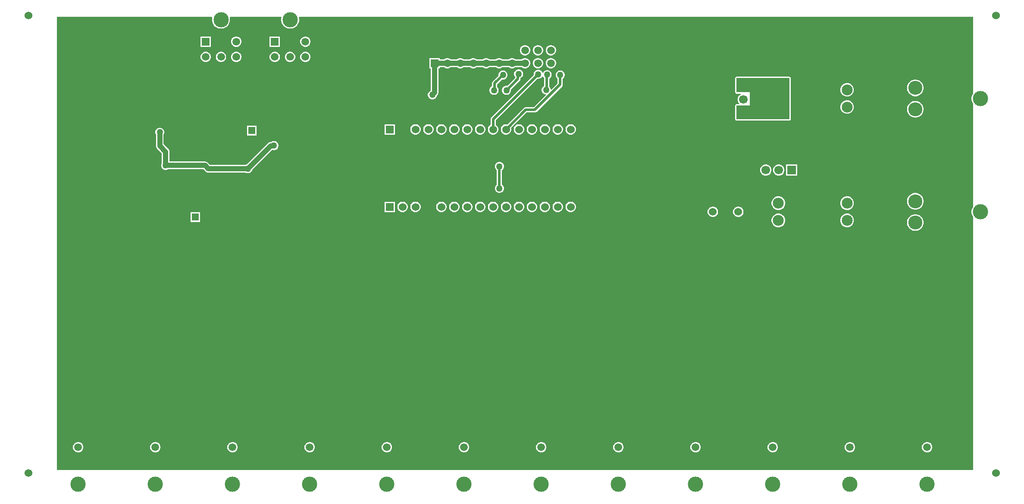
<source format=gbr>
G04*
G04 #@! TF.GenerationSoftware,Altium Limited,Altium Designer,22.4.2 (48)*
G04*
G04 Layer_Physical_Order=2*
G04 Layer_Color=16711680*
%FSLAX25Y25*%
%MOIN*%
G70*
G04*
G04 #@! TF.SameCoordinates,7713EA0D-6249-4CA7-80EE-CA65CFE05E5E*
G04*
G04*
G04 #@! TF.FilePolarity,Positive*
G04*
G01*
G75*
%ADD56C,0.10827*%
%ADD57R,0.10827X0.10827*%
%ADD58C,0.11800*%
%ADD60C,0.05906*%
%ADD61R,0.05906X0.05906*%
%ADD65C,0.01968*%
%ADD66C,0.03937*%
%ADD68C,0.11811*%
%ADD69C,0.05984*%
%ADD70R,0.05984X0.05984*%
%ADD71C,0.06000*%
%ADD72R,0.06693X0.06693*%
%ADD73C,0.06693*%
%ADD74C,0.08465*%
%ADD75R,0.06693X0.06693*%
%ADD76C,0.05512*%
%ADD77R,0.05512X0.05512*%
%ADD78C,0.06024*%
%ADD79R,0.06024X0.06024*%
%ADD80C,0.05000*%
G36*
X750016Y333214D02*
X749709Y332755D01*
X749189Y331500D01*
X748924Y330167D01*
Y328807D01*
X749189Y327474D01*
X749709Y326219D01*
X750016Y325760D01*
Y245451D01*
X749709Y244992D01*
X749189Y243737D01*
X748924Y242404D01*
Y241044D01*
X749189Y239711D01*
X749709Y238456D01*
X750016Y237997D01*
Y41732D01*
X41716D01*
Y392869D01*
X161632D01*
X161978Y392369D01*
X161766Y391301D01*
Y389941D01*
X162031Y388606D01*
X162552Y387350D01*
X163307Y386219D01*
X164269Y385257D01*
X165400Y384501D01*
X166657Y383980D01*
X167991Y383715D01*
X169351D01*
X170686Y383980D01*
X171942Y384501D01*
X173073Y385257D01*
X174035Y386219D01*
X174791Y387350D01*
X175311Y388606D01*
X175577Y389941D01*
Y391301D01*
X175364Y392369D01*
X175711Y392869D01*
X215058D01*
X215405Y392369D01*
X215193Y391301D01*
Y389941D01*
X215458Y388606D01*
X215979Y387350D01*
X216734Y386219D01*
X217696Y385257D01*
X218827Y384501D01*
X220084Y383980D01*
X221418Y383715D01*
X222778D01*
X224112Y383980D01*
X225369Y384501D01*
X226500Y385257D01*
X227462Y386219D01*
X228218Y387350D01*
X228738Y388606D01*
X229004Y389941D01*
Y391301D01*
X228791Y392369D01*
X229138Y392869D01*
X750016D01*
Y333214D01*
D02*
G37*
%LPC*%
G36*
X234435Y377605D02*
X233383D01*
X232368Y377333D01*
X231458Y376807D01*
X230715Y376064D01*
X230189Y375154D01*
X229917Y374138D01*
Y373087D01*
X230189Y372072D01*
X230715Y371162D01*
X231458Y370418D01*
X232368Y369893D01*
X233383Y369621D01*
X234435D01*
X235450Y369893D01*
X236360Y370418D01*
X237104Y371162D01*
X237629Y372072D01*
X237901Y373087D01*
Y374138D01*
X237629Y375154D01*
X237104Y376064D01*
X236360Y376807D01*
X235450Y377333D01*
X234435Y377605D01*
D02*
G37*
G36*
X214279D02*
X206295D01*
Y369621D01*
X214279D01*
Y377605D01*
D02*
G37*
G36*
X181008D02*
X179957D01*
X178941Y377333D01*
X178031Y376807D01*
X177288Y376064D01*
X176762Y375154D01*
X176490Y374138D01*
Y373087D01*
X176762Y372072D01*
X177288Y371162D01*
X178031Y370418D01*
X178941Y369893D01*
X179957Y369621D01*
X181008D01*
X182023Y369893D01*
X182933Y370418D01*
X183677Y371162D01*
X184202Y372072D01*
X184474Y373087D01*
Y374138D01*
X184202Y375154D01*
X183677Y376064D01*
X182933Y376807D01*
X182023Y377333D01*
X181008Y377605D01*
D02*
G37*
G36*
X160852D02*
X152868D01*
Y369621D01*
X160852D01*
Y377605D01*
D02*
G37*
G36*
X424262Y370865D02*
X423221D01*
X422216Y370596D01*
X421315Y370075D01*
X420579Y369339D01*
X420058Y368438D01*
X419789Y367432D01*
Y366392D01*
X420058Y365386D01*
X420579Y364485D01*
X421315Y363749D01*
X422216Y363229D01*
X423221Y362959D01*
X424262D01*
X425268Y363229D01*
X426169Y363749D01*
X426905Y364485D01*
X427425Y365386D01*
X427695Y366392D01*
Y367432D01*
X427425Y368438D01*
X426905Y369339D01*
X426169Y370075D01*
X425268Y370596D01*
X424262Y370865D01*
D02*
G37*
G36*
X414262D02*
X413222D01*
X412216Y370596D01*
X411315Y370075D01*
X410579Y369339D01*
X410058Y368438D01*
X409789Y367432D01*
Y366392D01*
X410058Y365386D01*
X410579Y364485D01*
X411315Y363749D01*
X412216Y363229D01*
X413222Y362959D01*
X414262D01*
X415268Y363229D01*
X416169Y363749D01*
X416905Y364485D01*
X417425Y365386D01*
X417695Y366392D01*
Y367432D01*
X417425Y368438D01*
X416905Y369339D01*
X416169Y370075D01*
X415268Y370596D01*
X414262Y370865D01*
D02*
G37*
G36*
X404262D02*
X403222D01*
X402216Y370596D01*
X401315Y370075D01*
X400579Y369339D01*
X400059Y368438D01*
X399789Y367432D01*
Y366392D01*
X400059Y365386D01*
X400579Y364485D01*
X401315Y363749D01*
X402216Y363229D01*
X403222Y362959D01*
X404262D01*
X405267Y363229D01*
X406169Y363749D01*
X406905Y364485D01*
X407425Y365386D01*
X407695Y366392D01*
Y367432D01*
X407425Y368438D01*
X406905Y369339D01*
X406169Y370075D01*
X405267Y370596D01*
X404262Y370865D01*
D02*
G37*
G36*
Y360865D02*
X403222D01*
X402216Y360595D01*
X401315Y360075D01*
X401146Y359906D01*
X396338D01*
X396169Y360075D01*
X395268Y360595D01*
X394262Y360865D01*
X393221D01*
X392216Y360595D01*
X391315Y360075D01*
X391146Y359906D01*
X386338D01*
X386169Y360075D01*
X385267Y360595D01*
X384262Y360865D01*
X383222D01*
X382216Y360595D01*
X381315Y360075D01*
X381146Y359906D01*
X376338D01*
X376169Y360075D01*
X375268Y360595D01*
X374262Y360865D01*
X373221D01*
X372216Y360595D01*
X371315Y360075D01*
X371146Y359906D01*
X366338D01*
X366169Y360075D01*
X365267Y360595D01*
X364262Y360865D01*
X363222D01*
X362216Y360595D01*
X361315Y360075D01*
X361146Y359906D01*
X356338D01*
X356169Y360075D01*
X355268Y360595D01*
X354262Y360865D01*
X353222D01*
X352216Y360595D01*
X351315Y360075D01*
X351146Y359906D01*
X346338D01*
X346169Y360075D01*
X345268Y360595D01*
X344262Y360865D01*
X343221D01*
X342216Y360595D01*
X341315Y360075D01*
X341146Y359906D01*
X337695D01*
Y360865D01*
X329789D01*
Y352959D01*
X330748D01*
Y335656D01*
X330007Y335228D01*
X329355Y334576D01*
X328894Y333778D01*
X328656Y332888D01*
Y331966D01*
X328894Y331076D01*
X329355Y330278D01*
X330007Y329626D01*
X330805Y329166D01*
X331695Y328927D01*
X332616D01*
X333507Y329166D01*
X334305Y329626D01*
X334956Y330278D01*
X335417Y331076D01*
X335656Y331966D01*
Y331980D01*
X335859Y332184D01*
X336335Y332804D01*
X336634Y333526D01*
X336736Y334301D01*
Y352959D01*
X337695D01*
Y353918D01*
X341146D01*
X341315Y353749D01*
X342216Y353229D01*
X343221Y352959D01*
X344262D01*
X345268Y353229D01*
X346169Y353749D01*
X346338Y353918D01*
X351146D01*
X351315Y353749D01*
X352216Y353229D01*
X353222Y352959D01*
X354262D01*
X355268Y353229D01*
X356169Y353749D01*
X356338Y353918D01*
X361146D01*
X361315Y353749D01*
X362216Y353229D01*
X363222Y352959D01*
X364262D01*
X365267Y353229D01*
X366169Y353749D01*
X366338Y353918D01*
X371146D01*
X371315Y353749D01*
X372216Y353229D01*
X373221Y352959D01*
X374262D01*
X375268Y353229D01*
X376169Y353749D01*
X376338Y353918D01*
X381146D01*
X381315Y353749D01*
X382216Y353229D01*
X383222Y352959D01*
X384262D01*
X385267Y353229D01*
X386169Y353749D01*
X386338Y353918D01*
X391146D01*
X391315Y353749D01*
X392216Y353229D01*
X393221Y352959D01*
X394262D01*
X395268Y353229D01*
X396169Y353749D01*
X396338Y353918D01*
X401146D01*
X401315Y353749D01*
X402216Y353229D01*
X403222Y352959D01*
X404262D01*
X405267Y353229D01*
X406169Y353749D01*
X406905Y354485D01*
X407425Y355386D01*
X407695Y356392D01*
Y357433D01*
X407425Y358438D01*
X406905Y359339D01*
X406169Y360075D01*
X405267Y360595D01*
X404262Y360865D01*
D02*
G37*
G36*
X234435Y365794D02*
X233383D01*
X232368Y365522D01*
X231458Y364996D01*
X230715Y364253D01*
X230189Y363343D01*
X229917Y362327D01*
Y361276D01*
X230189Y360261D01*
X230715Y359350D01*
X231458Y358607D01*
X232368Y358082D01*
X233383Y357810D01*
X234435D01*
X235450Y358082D01*
X236360Y358607D01*
X237104Y359350D01*
X237629Y360261D01*
X237901Y361276D01*
Y362327D01*
X237629Y363343D01*
X237104Y364253D01*
X236360Y364996D01*
X235450Y365522D01*
X234435Y365794D01*
D02*
G37*
G36*
X222624D02*
X221572D01*
X220557Y365522D01*
X219647Y364996D01*
X218904Y364253D01*
X218378Y363343D01*
X218106Y362327D01*
Y361276D01*
X218378Y360261D01*
X218904Y359350D01*
X219647Y358607D01*
X220557Y358082D01*
X221572Y357810D01*
X222624D01*
X223639Y358082D01*
X224549Y358607D01*
X225292Y359350D01*
X225818Y360261D01*
X226090Y361276D01*
Y362327D01*
X225818Y363343D01*
X225292Y364253D01*
X224549Y364996D01*
X223639Y365522D01*
X222624Y365794D01*
D02*
G37*
G36*
X210813D02*
X209762D01*
X208746Y365522D01*
X207836Y364996D01*
X207092Y364253D01*
X206567Y363343D01*
X206295Y362327D01*
Y361276D01*
X206567Y360261D01*
X207092Y359350D01*
X207836Y358607D01*
X208746Y358082D01*
X209762Y357810D01*
X210813D01*
X211828Y358082D01*
X212738Y358607D01*
X213481Y359350D01*
X214007Y360261D01*
X214279Y361276D01*
Y362327D01*
X214007Y363343D01*
X213481Y364253D01*
X212738Y364996D01*
X211828Y365522D01*
X210813Y365794D01*
D02*
G37*
G36*
X181008D02*
X179957D01*
X178941Y365522D01*
X178031Y364996D01*
X177288Y364253D01*
X176762Y363343D01*
X176490Y362327D01*
Y361276D01*
X176762Y360261D01*
X177288Y359350D01*
X178031Y358607D01*
X178941Y358082D01*
X179957Y357810D01*
X181008D01*
X182023Y358082D01*
X182933Y358607D01*
X183677Y359350D01*
X184202Y360261D01*
X184474Y361276D01*
Y362327D01*
X184202Y363343D01*
X183677Y364253D01*
X182933Y364996D01*
X182023Y365522D01*
X181008Y365794D01*
D02*
G37*
G36*
X169197D02*
X168146D01*
X167130Y365522D01*
X166220Y364996D01*
X165477Y364253D01*
X164951Y363343D01*
X164679Y362327D01*
Y361276D01*
X164951Y360261D01*
X165477Y359350D01*
X166220Y358607D01*
X167130Y358082D01*
X168146Y357810D01*
X169197D01*
X170212Y358082D01*
X171122Y358607D01*
X171866Y359350D01*
X172391Y360261D01*
X172663Y361276D01*
Y362327D01*
X172391Y363343D01*
X171866Y364253D01*
X171122Y364996D01*
X170212Y365522D01*
X169197Y365794D01*
D02*
G37*
G36*
X157386D02*
X156335D01*
X155319Y365522D01*
X154409Y364996D01*
X153666Y364253D01*
X153140Y363343D01*
X152868Y362327D01*
Y361276D01*
X153140Y360261D01*
X153666Y359350D01*
X154409Y358607D01*
X155319Y358082D01*
X156335Y357810D01*
X157386D01*
X158401Y358082D01*
X159311Y358607D01*
X160055Y359350D01*
X160580Y360261D01*
X160852Y361276D01*
Y362327D01*
X160580Y363343D01*
X160055Y364253D01*
X159311Y364996D01*
X158401Y365522D01*
X157386Y365794D01*
D02*
G37*
G36*
X424262Y360865D02*
X423221D01*
X422216Y360595D01*
X421315Y360075D01*
X420579Y359339D01*
X420058Y358438D01*
X419789Y357433D01*
Y356392D01*
X420058Y355386D01*
X420579Y354485D01*
X421315Y353749D01*
X422216Y353229D01*
X423221Y352959D01*
X424262D01*
X425268Y353229D01*
X426169Y353749D01*
X426905Y354485D01*
X427425Y355386D01*
X427695Y356392D01*
Y357433D01*
X427425Y358438D01*
X426905Y359339D01*
X426169Y360075D01*
X425268Y360595D01*
X424262Y360865D01*
D02*
G37*
G36*
X414262D02*
X413222D01*
X412216Y360595D01*
X411315Y360075D01*
X410579Y359339D01*
X410058Y358438D01*
X409789Y357433D01*
Y356392D01*
X410058Y355386D01*
X410579Y354485D01*
X411315Y353749D01*
X412216Y353229D01*
X413222Y352959D01*
X414262D01*
X415268Y353229D01*
X416169Y353749D01*
X416905Y354485D01*
X417425Y355386D01*
X417695Y356392D01*
Y357433D01*
X417425Y358438D01*
X416905Y359339D01*
X416169Y360075D01*
X415268Y360595D01*
X414262Y360865D01*
D02*
G37*
G36*
X387138Y351306D02*
X386216D01*
X385326Y351067D01*
X384528Y350606D01*
X383877Y349955D01*
X383416Y349156D01*
X383177Y348266D01*
Y347345D01*
X383215Y347204D01*
X378820Y342809D01*
X378381Y342153D01*
X378227Y341378D01*
Y339087D01*
X377602Y338726D01*
X376951Y338075D01*
X376490Y337277D01*
X376251Y336386D01*
Y335465D01*
X376490Y334575D01*
X376951Y333776D01*
X377602Y333125D01*
X378400Y332664D01*
X379291Y332426D01*
X380212D01*
X381102Y332664D01*
X381900Y333125D01*
X382552Y333776D01*
X383013Y334575D01*
X383251Y335465D01*
Y336386D01*
X383013Y337277D01*
X382552Y338075D01*
X382273Y338353D01*
Y340540D01*
X386076Y344343D01*
X386216Y344305D01*
X387138D01*
X388028Y344544D01*
X388826Y345005D01*
X389478Y345656D01*
X389939Y346455D01*
X390177Y347345D01*
Y348266D01*
X389939Y349156D01*
X389478Y349955D01*
X388826Y350606D01*
X388028Y351067D01*
X387138Y351306D01*
D02*
G37*
G36*
X399276Y352162D02*
X398354D01*
X397464Y351923D01*
X396666Y351462D01*
X396014Y350811D01*
X395554Y350013D01*
X395315Y349122D01*
Y348201D01*
X395554Y347311D01*
X396014Y346513D01*
X396212Y346315D01*
Y345600D01*
X390000Y339388D01*
X389859Y339426D01*
X388937D01*
X388047Y339187D01*
X387249Y338726D01*
X386598Y338075D01*
X386137Y337277D01*
X385898Y336386D01*
Y335465D01*
X386137Y334575D01*
X386598Y333776D01*
X387249Y333125D01*
X388047Y332664D01*
X388937Y332426D01*
X389859D01*
X390749Y332664D01*
X391547Y333125D01*
X392199Y333776D01*
X392660Y334575D01*
X392898Y335465D01*
Y336386D01*
X392861Y336527D01*
X399666Y343332D01*
X400104Y343988D01*
X400258Y344762D01*
Y345453D01*
X400964Y345861D01*
X401616Y346513D01*
X402077Y347311D01*
X402315Y348201D01*
Y349122D01*
X402077Y350013D01*
X401616Y350811D01*
X400964Y351462D01*
X400166Y351923D01*
X399276Y352162D01*
D02*
G37*
G36*
X706056Y344150D02*
X704792D01*
X703553Y343904D01*
X702386Y343420D01*
X701336Y342719D01*
X700443Y341825D01*
X699741Y340775D01*
X699257Y339608D01*
X699011Y338369D01*
Y337105D01*
X699257Y335866D01*
X699741Y334699D01*
X700443Y333649D01*
X701336Y332755D01*
X702386Y332053D01*
X703553Y331570D01*
X704792Y331324D01*
X706056D01*
X707295Y331570D01*
X708462Y332053D01*
X709512Y332755D01*
X710406Y333649D01*
X711108Y334699D01*
X711591Y335866D01*
X711837Y337105D01*
Y338369D01*
X711591Y339608D01*
X711108Y340775D01*
X710406Y341825D01*
X709512Y342719D01*
X708462Y343420D01*
X707295Y343904D01*
X706056Y344150D01*
D02*
G37*
G36*
X653383Y341544D02*
X652005D01*
X650674Y341188D01*
X649481Y340499D01*
X648507Y339525D01*
X647818Y338332D01*
X647462Y337001D01*
Y335623D01*
X647818Y334293D01*
X648507Y333099D01*
X649481Y332125D01*
X650674Y331436D01*
X652005Y331080D01*
X653383D01*
X654714Y331436D01*
X655907Y332125D01*
X656881Y333099D01*
X657570Y334293D01*
X657926Y335623D01*
Y337001D01*
X657570Y338332D01*
X656881Y339525D01*
X655907Y340499D01*
X654714Y341188D01*
X653383Y341544D01*
D02*
G37*
G36*
Y328159D02*
X652005D01*
X650674Y327802D01*
X649481Y327113D01*
X648507Y326139D01*
X647818Y324946D01*
X647462Y323615D01*
Y322237D01*
X647818Y320907D01*
X648507Y319714D01*
X649481Y318739D01*
X650674Y318051D01*
X652005Y317694D01*
X653383D01*
X654714Y318051D01*
X655907Y318739D01*
X656881Y319714D01*
X657570Y320907D01*
X657926Y322237D01*
Y323615D01*
X657570Y324946D01*
X656881Y326139D01*
X655907Y327113D01*
X654714Y327802D01*
X653383Y328159D01*
D02*
G37*
G36*
X706056Y327650D02*
X704792D01*
X703553Y327404D01*
X702386Y326920D01*
X701336Y326219D01*
X700443Y325325D01*
X699741Y324275D01*
X699257Y323108D01*
X699011Y321869D01*
Y320605D01*
X699257Y319366D01*
X699741Y318199D01*
X700443Y317149D01*
X701336Y316255D01*
X702386Y315553D01*
X703553Y315070D01*
X704792Y314824D01*
X706056D01*
X707295Y315070D01*
X708462Y315553D01*
X709512Y316255D01*
X710406Y317149D01*
X711108Y318199D01*
X711591Y319366D01*
X711837Y320605D01*
Y321869D01*
X711591Y323108D01*
X711108Y324275D01*
X710406Y325325D01*
X709512Y326219D01*
X708462Y326920D01*
X707295Y327404D01*
X706056Y327650D01*
D02*
G37*
G36*
X608235Y346387D02*
X567290D01*
X566899Y346309D01*
X566569Y346088D01*
X566348Y345757D01*
X566270Y345367D01*
Y334344D01*
X566348Y333953D01*
X566569Y333623D01*
X566899Y333402D01*
X567290Y333324D01*
X570547D01*
X570549Y333320D01*
X570630Y332824D01*
X569739Y332310D01*
X568930Y331501D01*
X568358Y330509D01*
X568061Y329404D01*
Y328260D01*
X568358Y327154D01*
X568930Y326163D01*
X569466Y325627D01*
X569259Y325127D01*
X567290D01*
X566899Y325049D01*
X566569Y324828D01*
X566348Y324498D01*
X566270Y324107D01*
Y313477D01*
X566348Y313087D01*
X566569Y312756D01*
X566899Y312536D01*
X567290Y312458D01*
X608235D01*
X608625Y312536D01*
X608955Y312756D01*
X609176Y313087D01*
X609254Y313477D01*
Y345367D01*
X609176Y345757D01*
X608955Y346088D01*
X608625Y346309D01*
X608235Y346387D01*
D02*
G37*
G36*
X414348Y351794D02*
X413426D01*
X412536Y351555D01*
X411738Y351094D01*
X411086Y350443D01*
X410625Y349644D01*
X410387Y348754D01*
Y347833D01*
X410424Y347692D01*
X377636Y314904D01*
X377198Y314248D01*
X377044Y313474D01*
Y309105D01*
X376604Y308851D01*
X375857Y308104D01*
X375328Y307189D01*
X375055Y306169D01*
Y305112D01*
X375328Y304092D01*
X375857Y303177D01*
X376604Y302430D01*
X377518Y301902D01*
X378539Y301629D01*
X379595D01*
X380615Y301902D01*
X381530Y302430D01*
X382277Y303177D01*
X382805Y304092D01*
X383079Y305112D01*
Y306169D01*
X382805Y307189D01*
X382277Y308104D01*
X381530Y308851D01*
X381090Y309105D01*
Y312636D01*
X413285Y344831D01*
X413426Y344794D01*
X414348D01*
X415238Y345032D01*
X416036Y345493D01*
X416687Y346145D01*
X417025Y346729D01*
X417447Y346702D01*
X417567Y346668D01*
X418012Y345897D01*
X418419Y345491D01*
Y339261D01*
X417922Y338974D01*
X417270Y338322D01*
X416809Y337524D01*
X416571Y336634D01*
Y335712D01*
X416809Y334822D01*
X417270Y334024D01*
X417922Y333372D01*
X418720Y332911D01*
X419610Y332673D01*
X419692D01*
X419883Y332211D01*
X410409Y322737D01*
X404140D01*
X403366Y322583D01*
X402710Y322144D01*
X390086Y309521D01*
X389595Y309652D01*
X388539D01*
X387518Y309379D01*
X386604Y308851D01*
X385857Y308104D01*
X385329Y307189D01*
X385055Y306169D01*
Y305112D01*
X385329Y304092D01*
X385857Y303177D01*
X386604Y302430D01*
X387518Y301902D01*
X388539Y301629D01*
X389595D01*
X390615Y301902D01*
X391530Y302430D01*
X392277Y303177D01*
X392805Y304092D01*
X393079Y305112D01*
Y306169D01*
X392947Y306660D01*
X404978Y318691D01*
X411247D01*
X412021Y318845D01*
X412677Y319283D01*
X432385Y338991D01*
X432824Y339647D01*
X432978Y340421D01*
Y344932D01*
X433104Y345005D01*
X433755Y345656D01*
X434216Y346455D01*
X434454Y347345D01*
Y348266D01*
X434216Y349156D01*
X433755Y349955D01*
X433104Y350606D01*
X432305Y351067D01*
X431415Y351306D01*
X430494D01*
X429603Y351067D01*
X428805Y350606D01*
X428154Y349955D01*
X427693Y349156D01*
X427454Y348266D01*
Y347345D01*
X427693Y346455D01*
X428154Y345656D01*
X428805Y345005D01*
X428931Y344932D01*
Y341259D01*
X424033Y336361D01*
X423571Y336552D01*
Y336634D01*
X423332Y337524D01*
X422871Y338322D01*
X422465Y338728D01*
Y344958D01*
X422962Y345246D01*
X423614Y345897D01*
X424074Y346695D01*
X424313Y347585D01*
Y348507D01*
X424074Y349397D01*
X423614Y350195D01*
X422962Y350847D01*
X422164Y351308D01*
X421274Y351546D01*
X420352D01*
X419462Y351308D01*
X418664Y350847D01*
X418012Y350195D01*
X417675Y349611D01*
X417252Y349638D01*
X417133Y349672D01*
X416687Y350443D01*
X416036Y351094D01*
X415238Y351555D01*
X414348Y351794D01*
D02*
G37*
G36*
X439595Y309652D02*
X438539D01*
X437518Y309379D01*
X436604Y308851D01*
X435857Y308104D01*
X435328Y307189D01*
X435055Y306169D01*
Y305112D01*
X435328Y304092D01*
X435857Y303177D01*
X436604Y302430D01*
X437518Y301902D01*
X438539Y301629D01*
X439595D01*
X440615Y301902D01*
X441530Y302430D01*
X442277Y303177D01*
X442805Y304092D01*
X443079Y305112D01*
Y306169D01*
X442805Y307189D01*
X442277Y308104D01*
X441530Y308851D01*
X440615Y309379D01*
X439595Y309652D01*
D02*
G37*
G36*
X429595D02*
X428539D01*
X427518Y309379D01*
X426604Y308851D01*
X425857Y308104D01*
X425328Y307189D01*
X425055Y306169D01*
Y305112D01*
X425328Y304092D01*
X425857Y303177D01*
X426604Y302430D01*
X427518Y301902D01*
X428539Y301629D01*
X429595D01*
X430615Y301902D01*
X431530Y302430D01*
X432277Y303177D01*
X432805Y304092D01*
X433079Y305112D01*
Y306169D01*
X432805Y307189D01*
X432277Y308104D01*
X431530Y308851D01*
X430615Y309379D01*
X429595Y309652D01*
D02*
G37*
G36*
X419595D02*
X418539D01*
X417518Y309379D01*
X416604Y308851D01*
X415857Y308104D01*
X415329Y307189D01*
X415055Y306169D01*
Y305112D01*
X415329Y304092D01*
X415857Y303177D01*
X416604Y302430D01*
X417518Y301902D01*
X418539Y301629D01*
X419595D01*
X420615Y301902D01*
X421530Y302430D01*
X422277Y303177D01*
X422805Y304092D01*
X423079Y305112D01*
Y306169D01*
X422805Y307189D01*
X422277Y308104D01*
X421530Y308851D01*
X420615Y309379D01*
X419595Y309652D01*
D02*
G37*
G36*
X409595D02*
X408539D01*
X407518Y309379D01*
X406604Y308851D01*
X405857Y308104D01*
X405329Y307189D01*
X405055Y306169D01*
Y305112D01*
X405329Y304092D01*
X405857Y303177D01*
X406604Y302430D01*
X407518Y301902D01*
X408539Y301629D01*
X409595D01*
X410615Y301902D01*
X411530Y302430D01*
X412277Y303177D01*
X412805Y304092D01*
X413079Y305112D01*
Y306169D01*
X412805Y307189D01*
X412277Y308104D01*
X411530Y308851D01*
X410615Y309379D01*
X409595Y309652D01*
D02*
G37*
G36*
X399595D02*
X398539D01*
X397518Y309379D01*
X396604Y308851D01*
X395857Y308104D01*
X395328Y307189D01*
X395055Y306169D01*
Y305112D01*
X395328Y304092D01*
X395857Y303177D01*
X396604Y302430D01*
X397518Y301902D01*
X398539Y301629D01*
X399595D01*
X400615Y301902D01*
X401530Y302430D01*
X402277Y303177D01*
X402805Y304092D01*
X403079Y305112D01*
Y306169D01*
X402805Y307189D01*
X402277Y308104D01*
X401530Y308851D01*
X400615Y309379D01*
X399595Y309652D01*
D02*
G37*
G36*
X369595D02*
X368539D01*
X367518Y309379D01*
X366604Y308851D01*
X365857Y308104D01*
X365329Y307189D01*
X365055Y306169D01*
Y305112D01*
X365329Y304092D01*
X365857Y303177D01*
X366604Y302430D01*
X367518Y301902D01*
X368539Y301629D01*
X369595D01*
X370615Y301902D01*
X371530Y302430D01*
X372277Y303177D01*
X372805Y304092D01*
X373079Y305112D01*
Y306169D01*
X372805Y307189D01*
X372277Y308104D01*
X371530Y308851D01*
X370615Y309379D01*
X369595Y309652D01*
D02*
G37*
G36*
X359595D02*
X358539D01*
X357518Y309379D01*
X356604Y308851D01*
X355857Y308104D01*
X355328Y307189D01*
X355055Y306169D01*
Y305112D01*
X355328Y304092D01*
X355857Y303177D01*
X356604Y302430D01*
X357518Y301902D01*
X358539Y301629D01*
X359595D01*
X360615Y301902D01*
X361530Y302430D01*
X362277Y303177D01*
X362805Y304092D01*
X363079Y305112D01*
Y306169D01*
X362805Y307189D01*
X362277Y308104D01*
X361530Y308851D01*
X360615Y309379D01*
X359595Y309652D01*
D02*
G37*
G36*
X349595D02*
X348539D01*
X347518Y309379D01*
X346604Y308851D01*
X345857Y308104D01*
X345328Y307189D01*
X345055Y306169D01*
Y305112D01*
X345328Y304092D01*
X345857Y303177D01*
X346604Y302430D01*
X347518Y301902D01*
X348539Y301629D01*
X349595D01*
X350615Y301902D01*
X351530Y302430D01*
X352277Y303177D01*
X352805Y304092D01*
X353079Y305112D01*
Y306169D01*
X352805Y307189D01*
X352277Y308104D01*
X351530Y308851D01*
X350615Y309379D01*
X349595Y309652D01*
D02*
G37*
G36*
X339595D02*
X338539D01*
X337518Y309379D01*
X336604Y308851D01*
X335857Y308104D01*
X335329Y307189D01*
X335055Y306169D01*
Y305112D01*
X335329Y304092D01*
X335857Y303177D01*
X336604Y302430D01*
X337518Y301902D01*
X338539Y301629D01*
X339595D01*
X340615Y301902D01*
X341530Y302430D01*
X342277Y303177D01*
X342805Y304092D01*
X343079Y305112D01*
Y306169D01*
X342805Y307189D01*
X342277Y308104D01*
X341530Y308851D01*
X340615Y309379D01*
X339595Y309652D01*
D02*
G37*
G36*
X329595D02*
X328539D01*
X327518Y309379D01*
X326604Y308851D01*
X325857Y308104D01*
X325328Y307189D01*
X325055Y306169D01*
Y305112D01*
X325328Y304092D01*
X325857Y303177D01*
X326604Y302430D01*
X327518Y301902D01*
X328539Y301629D01*
X329595D01*
X330615Y301902D01*
X331530Y302430D01*
X332277Y303177D01*
X332805Y304092D01*
X333079Y305112D01*
Y306169D01*
X332805Y307189D01*
X332277Y308104D01*
X331530Y308851D01*
X330615Y309379D01*
X329595Y309652D01*
D02*
G37*
G36*
X319595D02*
X318539D01*
X317518Y309379D01*
X316604Y308851D01*
X315857Y308104D01*
X315329Y307189D01*
X315055Y306169D01*
Y305112D01*
X315329Y304092D01*
X315857Y303177D01*
X316604Y302430D01*
X317518Y301902D01*
X318539Y301629D01*
X319595D01*
X320615Y301902D01*
X321530Y302430D01*
X322277Y303177D01*
X322805Y304092D01*
X323079Y305112D01*
Y306169D01*
X322805Y307189D01*
X322277Y308104D01*
X321530Y308851D01*
X320615Y309379D01*
X319595Y309652D01*
D02*
G37*
G36*
X303079D02*
X295055D01*
Y301629D01*
X303079D01*
Y309652D01*
D02*
G37*
G36*
X196322Y308513D02*
X188810D01*
Y301001D01*
X196322D01*
Y308513D01*
D02*
G37*
G36*
X121792Y306871D02*
X120871D01*
X119981Y306632D01*
X119183Y306171D01*
X118531Y305520D01*
X118070Y304722D01*
X117832Y303832D01*
Y302910D01*
X118070Y302020D01*
X118338Y301557D01*
Y292951D01*
X118440Y292177D01*
X118739Y291454D01*
X119214Y290834D01*
X122983Y287066D01*
Y279498D01*
X122715Y279034D01*
X122477Y278144D01*
Y277223D01*
X122715Y276332D01*
X123176Y275534D01*
X123828Y274883D01*
X124626Y274422D01*
X125516Y274183D01*
X126438D01*
X127328Y274422D01*
X127791Y274689D01*
X155205D01*
X156836Y273058D01*
X157457Y272582D01*
X157756Y272458D01*
X158179Y272283D01*
X158954Y272181D01*
X187608D01*
X188071Y271913D01*
X188961Y271675D01*
X189882D01*
X190773Y271913D01*
X191571Y272374D01*
X192222Y273026D01*
X192683Y273824D01*
X192822Y274340D01*
X208343Y289862D01*
X209183Y289637D01*
X210105D01*
X210995Y289875D01*
X211793Y290336D01*
X212445Y290988D01*
X212905Y291786D01*
X213144Y292676D01*
Y293598D01*
X212905Y294488D01*
X212445Y295286D01*
X211793Y295937D01*
X210995Y296398D01*
X210105Y296637D01*
X209183D01*
X208293Y296398D01*
X207495Y295937D01*
X207485Y295928D01*
X207180D01*
X206405Y295826D01*
X205683Y295526D01*
X205063Y295051D01*
X188587Y278574D01*
X188071Y278436D01*
X187608Y278169D01*
X160194D01*
X158562Y279801D01*
X157942Y280276D01*
X157220Y280575D01*
X156445Y280678D01*
X128971D01*
Y288306D01*
X128869Y289081D01*
X128570Y289803D01*
X128094Y290423D01*
X124326Y294192D01*
Y301557D01*
X124593Y302020D01*
X124832Y302910D01*
Y303832D01*
X124593Y304722D01*
X124132Y305520D01*
X123481Y306171D01*
X122683Y306632D01*
X121792Y306871D01*
D02*
G37*
G36*
X614245Y278454D02*
X605552D01*
Y269761D01*
X614245D01*
Y278454D01*
D02*
G37*
G36*
X600471D02*
X599327D01*
X598221Y278158D01*
X597230Y277585D01*
X596421Y276776D01*
X595849Y275785D01*
X595552Y274680D01*
Y273535D01*
X595849Y272430D01*
X596421Y271439D01*
X597230Y270629D01*
X598221Y270057D01*
X599327Y269761D01*
X600471D01*
X601577Y270057D01*
X602568Y270629D01*
X603377Y271439D01*
X603949Y272430D01*
X604245Y273535D01*
Y274680D01*
X603949Y275785D01*
X603377Y276776D01*
X602568Y277585D01*
X601577Y278158D01*
X600471Y278454D01*
D02*
G37*
G36*
X590471D02*
X589327D01*
X588221Y278158D01*
X587230Y277585D01*
X586421Y276776D01*
X585849Y275785D01*
X585552Y274680D01*
Y273535D01*
X585849Y272430D01*
X586421Y271439D01*
X587230Y270629D01*
X588221Y270057D01*
X589327Y269761D01*
X590471D01*
X591576Y270057D01*
X592568Y270629D01*
X593377Y271439D01*
X593949Y272430D01*
X594245Y273535D01*
Y274680D01*
X593949Y275785D01*
X593377Y276776D01*
X592568Y277585D01*
X591576Y278158D01*
X590471Y278454D01*
D02*
G37*
G36*
X384411Y280492D02*
X383490D01*
X382600Y280254D01*
X381802Y279793D01*
X381150Y279141D01*
X380689Y278343D01*
X380451Y277453D01*
Y276532D01*
X380689Y275641D01*
X381150Y274843D01*
X381802Y274191D01*
X381927Y274119D01*
Y262837D01*
X381802Y262764D01*
X381150Y262113D01*
X380689Y261315D01*
X380451Y260424D01*
Y259503D01*
X380689Y258613D01*
X381150Y257815D01*
X381802Y257163D01*
X382600Y256702D01*
X383490Y256464D01*
X384411D01*
X385302Y256702D01*
X386100Y257163D01*
X386751Y257815D01*
X387212Y258613D01*
X387451Y259503D01*
Y260424D01*
X387212Y261315D01*
X386751Y262113D01*
X386100Y262764D01*
X385974Y262837D01*
Y274119D01*
X386100Y274191D01*
X386751Y274843D01*
X387212Y275641D01*
X387451Y276532D01*
Y277453D01*
X387212Y278343D01*
X386751Y279141D01*
X386100Y279793D01*
X385302Y280254D01*
X384411Y280492D01*
D02*
G37*
G36*
X706056Y256387D02*
X704792D01*
X703553Y256141D01*
X702386Y255658D01*
X701336Y254956D01*
X700443Y254062D01*
X699741Y253012D01*
X699257Y251845D01*
X699011Y250606D01*
Y249342D01*
X699257Y248103D01*
X699741Y246936D01*
X700443Y245886D01*
X701336Y244992D01*
X702386Y244291D01*
X703553Y243807D01*
X704792Y243561D01*
X706056D01*
X707295Y243807D01*
X708462Y244291D01*
X709512Y244992D01*
X710406Y245886D01*
X711108Y246936D01*
X711591Y248103D01*
X711837Y249342D01*
Y250606D01*
X711591Y251845D01*
X711108Y253012D01*
X710406Y254062D01*
X709512Y254956D01*
X708462Y255658D01*
X707295Y256141D01*
X706056Y256387D01*
D02*
G37*
G36*
X653383Y253749D02*
X652005D01*
X650674Y253393D01*
X649481Y252704D01*
X648507Y251729D01*
X647818Y250536D01*
X647462Y249206D01*
Y247828D01*
X647818Y246497D01*
X648507Y245304D01*
X649481Y244330D01*
X650674Y243641D01*
X652005Y243285D01*
X653383D01*
X654714Y243641D01*
X655907Y244330D01*
X656881Y245304D01*
X657570Y246497D01*
X657926Y247828D01*
Y249206D01*
X657570Y250536D01*
X656881Y251729D01*
X655907Y252704D01*
X654714Y253393D01*
X653383Y253749D01*
D02*
G37*
G36*
X600233D02*
X598856D01*
X597525Y253393D01*
X596332Y252704D01*
X595358Y251729D01*
X594669Y250536D01*
X594312Y249206D01*
Y247828D01*
X594669Y246497D01*
X595358Y245304D01*
X596332Y244330D01*
X597525Y243641D01*
X598856Y243285D01*
X600233D01*
X601564Y243641D01*
X602757Y244330D01*
X603731Y245304D01*
X604420Y246497D01*
X604777Y247828D01*
Y249206D01*
X604420Y250536D01*
X603731Y251729D01*
X602757Y252704D01*
X601564Y253393D01*
X600233Y253749D01*
D02*
G37*
G36*
X439595Y249652D02*
X438539D01*
X437518Y249379D01*
X436604Y248851D01*
X435857Y248104D01*
X435328Y247189D01*
X435055Y246169D01*
Y245112D01*
X435328Y244092D01*
X435857Y243177D01*
X436604Y242430D01*
X437518Y241902D01*
X438539Y241629D01*
X439595D01*
X440615Y241902D01*
X441530Y242430D01*
X442277Y243177D01*
X442805Y244092D01*
X443079Y245112D01*
Y246169D01*
X442805Y247189D01*
X442277Y248104D01*
X441530Y248851D01*
X440615Y249379D01*
X439595Y249652D01*
D02*
G37*
G36*
X429595D02*
X428539D01*
X427518Y249379D01*
X426604Y248851D01*
X425857Y248104D01*
X425328Y247189D01*
X425055Y246169D01*
Y245112D01*
X425328Y244092D01*
X425857Y243177D01*
X426604Y242430D01*
X427518Y241902D01*
X428539Y241629D01*
X429595D01*
X430615Y241902D01*
X431530Y242430D01*
X432277Y243177D01*
X432805Y244092D01*
X433079Y245112D01*
Y246169D01*
X432805Y247189D01*
X432277Y248104D01*
X431530Y248851D01*
X430615Y249379D01*
X429595Y249652D01*
D02*
G37*
G36*
X419595D02*
X418539D01*
X417518Y249379D01*
X416604Y248851D01*
X415857Y248104D01*
X415329Y247189D01*
X415055Y246169D01*
Y245112D01*
X415329Y244092D01*
X415857Y243177D01*
X416604Y242430D01*
X417518Y241902D01*
X418539Y241629D01*
X419595D01*
X420615Y241902D01*
X421530Y242430D01*
X422277Y243177D01*
X422805Y244092D01*
X423079Y245112D01*
Y246169D01*
X422805Y247189D01*
X422277Y248104D01*
X421530Y248851D01*
X420615Y249379D01*
X419595Y249652D01*
D02*
G37*
G36*
X409595D02*
X408539D01*
X407518Y249379D01*
X406604Y248851D01*
X405857Y248104D01*
X405329Y247189D01*
X405055Y246169D01*
Y245112D01*
X405329Y244092D01*
X405857Y243177D01*
X406604Y242430D01*
X407518Y241902D01*
X408539Y241629D01*
X409595D01*
X410615Y241902D01*
X411530Y242430D01*
X412277Y243177D01*
X412805Y244092D01*
X413079Y245112D01*
Y246169D01*
X412805Y247189D01*
X412277Y248104D01*
X411530Y248851D01*
X410615Y249379D01*
X409595Y249652D01*
D02*
G37*
G36*
X399595D02*
X398539D01*
X397518Y249379D01*
X396604Y248851D01*
X395857Y248104D01*
X395328Y247189D01*
X395055Y246169D01*
Y245112D01*
X395328Y244092D01*
X395857Y243177D01*
X396604Y242430D01*
X397518Y241902D01*
X398539Y241629D01*
X399595D01*
X400615Y241902D01*
X401530Y242430D01*
X402277Y243177D01*
X402805Y244092D01*
X403079Y245112D01*
Y246169D01*
X402805Y247189D01*
X402277Y248104D01*
X401530Y248851D01*
X400615Y249379D01*
X399595Y249652D01*
D02*
G37*
G36*
X389595D02*
X388539D01*
X387518Y249379D01*
X386604Y248851D01*
X385857Y248104D01*
X385329Y247189D01*
X385055Y246169D01*
Y245112D01*
X385329Y244092D01*
X385857Y243177D01*
X386604Y242430D01*
X387518Y241902D01*
X388539Y241629D01*
X389595D01*
X390615Y241902D01*
X391530Y242430D01*
X392277Y243177D01*
X392805Y244092D01*
X393079Y245112D01*
Y246169D01*
X392805Y247189D01*
X392277Y248104D01*
X391530Y248851D01*
X390615Y249379D01*
X389595Y249652D01*
D02*
G37*
G36*
X379595D02*
X378539D01*
X377518Y249379D01*
X376604Y248851D01*
X375857Y248104D01*
X375328Y247189D01*
X375055Y246169D01*
Y245112D01*
X375328Y244092D01*
X375857Y243177D01*
X376604Y242430D01*
X377518Y241902D01*
X378539Y241629D01*
X379595D01*
X380615Y241902D01*
X381530Y242430D01*
X382277Y243177D01*
X382805Y244092D01*
X383079Y245112D01*
Y246169D01*
X382805Y247189D01*
X382277Y248104D01*
X381530Y248851D01*
X380615Y249379D01*
X379595Y249652D01*
D02*
G37*
G36*
X369595D02*
X368539D01*
X367518Y249379D01*
X366604Y248851D01*
X365857Y248104D01*
X365329Y247189D01*
X365055Y246169D01*
Y245112D01*
X365329Y244092D01*
X365857Y243177D01*
X366604Y242430D01*
X367518Y241902D01*
X368539Y241629D01*
X369595D01*
X370615Y241902D01*
X371530Y242430D01*
X372277Y243177D01*
X372805Y244092D01*
X373079Y245112D01*
Y246169D01*
X372805Y247189D01*
X372277Y248104D01*
X371530Y248851D01*
X370615Y249379D01*
X369595Y249652D01*
D02*
G37*
G36*
X359595D02*
X358539D01*
X357518Y249379D01*
X356604Y248851D01*
X355857Y248104D01*
X355328Y247189D01*
X355055Y246169D01*
Y245112D01*
X355328Y244092D01*
X355857Y243177D01*
X356604Y242430D01*
X357518Y241902D01*
X358539Y241629D01*
X359595D01*
X360615Y241902D01*
X361530Y242430D01*
X362277Y243177D01*
X362805Y244092D01*
X363079Y245112D01*
Y246169D01*
X362805Y247189D01*
X362277Y248104D01*
X361530Y248851D01*
X360615Y249379D01*
X359595Y249652D01*
D02*
G37*
G36*
X349595D02*
X348539D01*
X347518Y249379D01*
X346604Y248851D01*
X345857Y248104D01*
X345328Y247189D01*
X345055Y246169D01*
Y245112D01*
X345328Y244092D01*
X345857Y243177D01*
X346604Y242430D01*
X347518Y241902D01*
X348539Y241629D01*
X349595D01*
X350615Y241902D01*
X351530Y242430D01*
X352277Y243177D01*
X352805Y244092D01*
X353079Y245112D01*
Y246169D01*
X352805Y247189D01*
X352277Y248104D01*
X351530Y248851D01*
X350615Y249379D01*
X349595Y249652D01*
D02*
G37*
G36*
X339595D02*
X338539D01*
X337518Y249379D01*
X336604Y248851D01*
X335857Y248104D01*
X335329Y247189D01*
X335055Y246169D01*
Y245112D01*
X335329Y244092D01*
X335857Y243177D01*
X336604Y242430D01*
X337518Y241902D01*
X338539Y241629D01*
X339595D01*
X340615Y241902D01*
X341530Y242430D01*
X342277Y243177D01*
X342805Y244092D01*
X343079Y245112D01*
Y246169D01*
X342805Y247189D01*
X342277Y248104D01*
X341530Y248851D01*
X340615Y249379D01*
X339595Y249652D01*
D02*
G37*
G36*
X319595D02*
X318539D01*
X317518Y249379D01*
X316604Y248851D01*
X315857Y248104D01*
X315329Y247189D01*
X315055Y246169D01*
Y245112D01*
X315329Y244092D01*
X315857Y243177D01*
X316604Y242430D01*
X317518Y241902D01*
X318539Y241629D01*
X319595D01*
X320615Y241902D01*
X321530Y242430D01*
X322277Y243177D01*
X322805Y244092D01*
X323079Y245112D01*
Y246169D01*
X322805Y247189D01*
X322277Y248104D01*
X321530Y248851D01*
X320615Y249379D01*
X319595Y249652D01*
D02*
G37*
G36*
X309595D02*
X308539D01*
X307518Y249379D01*
X306604Y248851D01*
X305857Y248104D01*
X305328Y247189D01*
X305055Y246169D01*
Y245112D01*
X305328Y244092D01*
X305857Y243177D01*
X306604Y242430D01*
X307518Y241902D01*
X308539Y241629D01*
X309595D01*
X310615Y241902D01*
X311530Y242430D01*
X312277Y243177D01*
X312805Y244092D01*
X313079Y245112D01*
Y246169D01*
X312805Y247189D01*
X312277Y248104D01*
X311530Y248851D01*
X310615Y249379D01*
X309595Y249652D01*
D02*
G37*
G36*
X303079D02*
X295055D01*
Y241629D01*
X303079D01*
Y249652D01*
D02*
G37*
G36*
X569166Y245824D02*
X568112D01*
X567095Y245551D01*
X566183Y245025D01*
X565438Y244280D01*
X564912Y243368D01*
X564639Y242351D01*
Y241297D01*
X564912Y240280D01*
X565438Y239368D01*
X566183Y238623D01*
X567095Y238096D01*
X568112Y237824D01*
X569166D01*
X570183Y238096D01*
X571095Y238623D01*
X571840Y239368D01*
X572366Y240280D01*
X572639Y241297D01*
Y242351D01*
X572366Y243368D01*
X571840Y244280D01*
X571095Y245025D01*
X570183Y245551D01*
X569166Y245824D01*
D02*
G37*
G36*
X549481D02*
X548427D01*
X547410Y245551D01*
X546498Y245025D01*
X545753Y244280D01*
X545226Y243368D01*
X544954Y242351D01*
Y241297D01*
X545226Y240280D01*
X545753Y239368D01*
X546498Y238623D01*
X547410Y238096D01*
X548427Y237824D01*
X549481D01*
X550498Y238096D01*
X551410Y238623D01*
X552155Y239368D01*
X552681Y240280D01*
X552954Y241297D01*
Y242351D01*
X552681Y243368D01*
X552155Y244280D01*
X551410Y245025D01*
X550498Y245551D01*
X549481Y245824D01*
D02*
G37*
G36*
X152555Y241465D02*
X145043D01*
Y233953D01*
X152555D01*
Y241465D01*
D02*
G37*
G36*
X653383Y240363D02*
X652005D01*
X650674Y240007D01*
X649481Y239318D01*
X648507Y238344D01*
X647818Y237151D01*
X647462Y235820D01*
Y234442D01*
X647818Y233111D01*
X648507Y231918D01*
X649481Y230944D01*
X650674Y230255D01*
X652005Y229899D01*
X653383D01*
X654714Y230255D01*
X655907Y230944D01*
X656881Y231918D01*
X657570Y233111D01*
X657926Y234442D01*
Y235820D01*
X657570Y237151D01*
X656881Y238344D01*
X655907Y239318D01*
X654714Y240007D01*
X653383Y240363D01*
D02*
G37*
G36*
X600233D02*
X598856D01*
X597525Y240007D01*
X596332Y239318D01*
X595358Y238344D01*
X594669Y237151D01*
X594312Y235820D01*
Y234442D01*
X594669Y233111D01*
X595358Y231918D01*
X596332Y230944D01*
X597525Y230255D01*
X598856Y229899D01*
X600233D01*
X601564Y230255D01*
X602757Y230944D01*
X603731Y231918D01*
X604420Y233111D01*
X604777Y234442D01*
Y235820D01*
X604420Y237151D01*
X603731Y238344D01*
X602757Y239318D01*
X601564Y240007D01*
X600233Y240363D01*
D02*
G37*
G36*
X706056Y239887D02*
X704792D01*
X703553Y239641D01*
X702386Y239158D01*
X701336Y238456D01*
X700443Y237562D01*
X699741Y236512D01*
X699257Y235345D01*
X699011Y234106D01*
Y232842D01*
X699257Y231603D01*
X699741Y230436D01*
X700443Y229386D01*
X701336Y228492D01*
X702386Y227791D01*
X703553Y227307D01*
X704792Y227061D01*
X706056D01*
X707295Y227307D01*
X708462Y227791D01*
X709512Y228492D01*
X710406Y229386D01*
X711108Y230436D01*
X711591Y231603D01*
X711837Y232842D01*
Y234106D01*
X711591Y235345D01*
X711108Y236512D01*
X710406Y237562D01*
X709512Y238456D01*
X708462Y239158D01*
X707295Y239641D01*
X706056Y239887D01*
D02*
G37*
G36*
X715093Y63520D02*
X714041D01*
X713026Y63248D01*
X712116Y62722D01*
X711372Y61979D01*
X710847Y61068D01*
X710575Y60053D01*
Y59002D01*
X710847Y57987D01*
X711372Y57076D01*
X712116Y56333D01*
X713026Y55808D01*
X714041Y55535D01*
X715093D01*
X716108Y55808D01*
X717018Y56333D01*
X717761Y57076D01*
X718287Y57987D01*
X718559Y59002D01*
Y60053D01*
X718287Y61068D01*
X717761Y61979D01*
X717018Y62722D01*
X716108Y63248D01*
X715093Y63520D01*
D02*
G37*
G36*
X655429D02*
X654378D01*
X653362Y63248D01*
X652452Y62722D01*
X651709Y61979D01*
X651183Y61068D01*
X650911Y60053D01*
Y59002D01*
X651183Y57987D01*
X651709Y57076D01*
X652452Y56333D01*
X653362Y55808D01*
X654378Y55535D01*
X655429D01*
X656444Y55808D01*
X657354Y56333D01*
X658098Y57076D01*
X658623Y57987D01*
X658895Y59002D01*
Y60053D01*
X658623Y61068D01*
X658098Y61979D01*
X657354Y62722D01*
X656444Y63248D01*
X655429Y63520D01*
D02*
G37*
G36*
X595765D02*
X594714D01*
X593699Y63248D01*
X592789Y62722D01*
X592045Y61979D01*
X591520Y61068D01*
X591248Y60053D01*
Y59002D01*
X591520Y57987D01*
X592045Y57076D01*
X592789Y56333D01*
X593699Y55808D01*
X594714Y55535D01*
X595765D01*
X596781Y55808D01*
X597691Y56333D01*
X598434Y57076D01*
X598960Y57987D01*
X599232Y59002D01*
Y60053D01*
X598960Y61068D01*
X598434Y61979D01*
X597691Y62722D01*
X596781Y63248D01*
X595765Y63520D01*
D02*
G37*
G36*
X536102D02*
X535051D01*
X534035Y63248D01*
X533125Y62722D01*
X532382Y61979D01*
X531856Y61068D01*
X531584Y60053D01*
Y59002D01*
X531856Y57987D01*
X532382Y57076D01*
X533125Y56333D01*
X534035Y55808D01*
X535051Y55535D01*
X536102D01*
X537117Y55808D01*
X538027Y56333D01*
X538771Y57076D01*
X539296Y57987D01*
X539568Y59002D01*
Y60053D01*
X539296Y61068D01*
X538771Y61979D01*
X538027Y62722D01*
X537117Y63248D01*
X536102Y63520D01*
D02*
G37*
G36*
X476438D02*
X475387D01*
X474372Y63248D01*
X473461Y62722D01*
X472718Y61979D01*
X472193Y61068D01*
X471920Y60053D01*
Y59002D01*
X472193Y57987D01*
X472718Y57076D01*
X473461Y56333D01*
X474372Y55808D01*
X475387Y55535D01*
X476438D01*
X477454Y55808D01*
X478364Y56333D01*
X479107Y57076D01*
X479633Y57987D01*
X479905Y59002D01*
Y60053D01*
X479633Y61068D01*
X479107Y61979D01*
X478364Y62722D01*
X477454Y63248D01*
X476438Y63520D01*
D02*
G37*
G36*
X416775D02*
X415724D01*
X414708Y63248D01*
X413798Y62722D01*
X413055Y61979D01*
X412529Y61068D01*
X412257Y60053D01*
Y59002D01*
X412529Y57987D01*
X413055Y57076D01*
X413798Y56333D01*
X414708Y55808D01*
X415724Y55535D01*
X416775D01*
X417790Y55808D01*
X418700Y56333D01*
X419444Y57076D01*
X419969Y57987D01*
X420241Y59002D01*
Y60053D01*
X419969Y61068D01*
X419444Y61979D01*
X418700Y62722D01*
X417790Y63248D01*
X416775Y63520D01*
D02*
G37*
G36*
X357111D02*
X356060D01*
X355045Y63248D01*
X354134Y62722D01*
X353391Y61979D01*
X352866Y61068D01*
X352593Y60053D01*
Y59002D01*
X352866Y57987D01*
X353391Y57076D01*
X354134Y56333D01*
X355045Y55808D01*
X356060Y55535D01*
X357111D01*
X358126Y55808D01*
X359037Y56333D01*
X359780Y57076D01*
X360306Y57987D01*
X360578Y59002D01*
Y60053D01*
X360306Y61068D01*
X359780Y61979D01*
X359037Y62722D01*
X358126Y63248D01*
X357111Y63520D01*
D02*
G37*
G36*
X297447D02*
X296396D01*
X295381Y63248D01*
X294471Y62722D01*
X293727Y61979D01*
X293202Y61068D01*
X292930Y60053D01*
Y59002D01*
X293202Y57987D01*
X293727Y57076D01*
X294471Y56333D01*
X295381Y55808D01*
X296396Y55535D01*
X297447D01*
X298463Y55808D01*
X299373Y56333D01*
X300116Y57076D01*
X300642Y57987D01*
X300914Y59002D01*
Y60053D01*
X300642Y61068D01*
X300116Y61979D01*
X299373Y62722D01*
X298463Y63248D01*
X297447Y63520D01*
D02*
G37*
G36*
X237784D02*
X236733D01*
X235718Y63248D01*
X234807Y62722D01*
X234064Y61979D01*
X233538Y61068D01*
X233266Y60053D01*
Y59002D01*
X233538Y57987D01*
X234064Y57076D01*
X234807Y56333D01*
X235718Y55808D01*
X236733Y55535D01*
X237784D01*
X238799Y55808D01*
X239710Y56333D01*
X240453Y57076D01*
X240979Y57987D01*
X241250Y59002D01*
Y60053D01*
X240979Y61068D01*
X240453Y61979D01*
X239710Y62722D01*
X238799Y63248D01*
X237784Y63520D01*
D02*
G37*
G36*
X178120D02*
X177069D01*
X176054Y63248D01*
X175144Y62722D01*
X174400Y61979D01*
X173875Y61068D01*
X173603Y60053D01*
Y59002D01*
X173875Y57987D01*
X174400Y57076D01*
X175144Y56333D01*
X176054Y55808D01*
X177069Y55535D01*
X178120D01*
X179136Y55808D01*
X180046Y56333D01*
X180789Y57076D01*
X181315Y57987D01*
X181587Y59002D01*
Y60053D01*
X181315Y61068D01*
X180789Y61979D01*
X180046Y62722D01*
X179136Y63248D01*
X178120Y63520D01*
D02*
G37*
G36*
X118457D02*
X117406D01*
X116390Y63248D01*
X115480Y62722D01*
X114737Y61979D01*
X114211Y61068D01*
X113939Y60053D01*
Y59002D01*
X114211Y57987D01*
X114737Y57076D01*
X115480Y56333D01*
X116390Y55808D01*
X117406Y55535D01*
X118457D01*
X119472Y55808D01*
X120382Y56333D01*
X121126Y57076D01*
X121651Y57987D01*
X121923Y59002D01*
Y60053D01*
X121651Y61068D01*
X121126Y61979D01*
X120382Y62722D01*
X119472Y63248D01*
X118457Y63520D01*
D02*
G37*
G36*
X58793D02*
X57742D01*
X56727Y63248D01*
X55817Y62722D01*
X55073Y61979D01*
X54548Y61068D01*
X54276Y60053D01*
Y59002D01*
X54548Y57987D01*
X55073Y57076D01*
X55817Y56333D01*
X56727Y55808D01*
X57742Y55535D01*
X58793D01*
X59809Y55808D01*
X60719Y56333D01*
X61462Y57076D01*
X61988Y57987D01*
X62260Y59002D01*
Y60053D01*
X61988Y61068D01*
X61462Y61979D01*
X60719Y62722D01*
X59809Y63248D01*
X58793Y63520D01*
D02*
G37*
%LPD*%
G36*
X608235Y313477D02*
X567290D01*
Y324107D01*
X577526D01*
Y334344D01*
X567290D01*
Y345367D01*
X608235D01*
Y313477D01*
D02*
G37*
D56*
X705424Y233474D02*
D03*
Y249974D02*
D03*
X727124Y233474D02*
D03*
X705424Y321237D02*
D03*
Y337737D02*
D03*
X727124Y321237D02*
D03*
D57*
Y249974D02*
D03*
Y337737D02*
D03*
D58*
X755824Y241724D02*
D03*
Y329487D02*
D03*
D60*
X333742Y366912D02*
D03*
X343742Y356912D02*
D03*
Y366912D02*
D03*
X353742Y356912D02*
D03*
Y366912D02*
D03*
X363742Y356912D02*
D03*
Y366912D02*
D03*
X373742Y356912D02*
D03*
Y366912D02*
D03*
X383742Y356912D02*
D03*
Y366912D02*
D03*
X393742Y356912D02*
D03*
Y366912D02*
D03*
X403742Y356912D02*
D03*
Y366912D02*
D03*
X413742Y356912D02*
D03*
Y366912D02*
D03*
X423742Y356912D02*
D03*
Y366912D02*
D03*
D61*
X333742Y356912D02*
D03*
D65*
X379067Y313474D02*
X413887Y348293D01*
X379067Y305640D02*
Y313474D01*
X398235Y348082D02*
X398815Y348662D01*
X398235Y344762D02*
Y348082D01*
X389398Y335926D02*
X398235Y344762D01*
X420071Y336173D02*
X420442Y336544D01*
Y347675D02*
X420813Y348046D01*
X420442Y336544D02*
Y347675D01*
X430954Y340421D02*
Y347806D01*
X411247Y320714D02*
X430954Y340421D01*
X404140Y320714D02*
X411247D01*
X389067Y305640D02*
X404140Y320714D01*
X379751Y335926D02*
X380250Y336424D01*
Y341378D01*
X386677Y347806D01*
X383951Y259964D02*
Y276992D01*
D66*
X393742Y356912D02*
X403742D01*
X383742D02*
X393742D01*
X373742D02*
X383742D01*
X363742D02*
X373742D01*
X353742D02*
X363742D01*
X343742D02*
X353742D01*
X333742D02*
X343742D01*
X333742Y334301D02*
Y356912D01*
X332156Y332715D02*
X333742Y334301D01*
X332156Y332427D02*
Y332715D01*
X125977Y277683D02*
Y288306D01*
X121332Y292951D02*
X125977Y288306D01*
X121332Y292951D02*
Y303371D01*
X125977Y277683D02*
X156445D01*
X158954Y275175D02*
X189422D01*
X156445Y277683D02*
X158954Y275175D01*
X189422D02*
X207180Y292933D01*
X209440D02*
X209644Y293137D01*
X207180Y292933D02*
X209440D01*
D68*
X222098Y390621D02*
D03*
X714567Y30709D02*
D03*
X654903D02*
D03*
X595240D02*
D03*
X475913D02*
D03*
X535576D02*
D03*
X416249D02*
D03*
X356586D02*
D03*
X296922D02*
D03*
X237258D02*
D03*
X177595D02*
D03*
X117931D02*
D03*
X58268D02*
D03*
X168671Y390621D02*
D03*
D69*
X233909Y361802D02*
D03*
X222098D02*
D03*
X210287D02*
D03*
X233909Y373613D02*
D03*
X222098D02*
D03*
X714567Y59527D02*
D03*
X654903D02*
D03*
X595240D02*
D03*
X475913D02*
D03*
X535576D02*
D03*
X416249D02*
D03*
X356586D02*
D03*
X296922D02*
D03*
X237258D02*
D03*
X177595D02*
D03*
X117931D02*
D03*
X58268D02*
D03*
X168671Y373613D02*
D03*
X180482D02*
D03*
X156860Y361802D02*
D03*
X168671D02*
D03*
X180482D02*
D03*
D70*
X210287Y373613D02*
D03*
X714567Y47717D02*
D03*
X654903D02*
D03*
X595240D02*
D03*
X475913D02*
D03*
X535576D02*
D03*
X416249D02*
D03*
X356586D02*
D03*
X296922D02*
D03*
X237258D02*
D03*
X177595D02*
D03*
X117931D02*
D03*
X58268D02*
D03*
X156860Y373613D02*
D03*
D71*
X767717Y393701D02*
D03*
X19685Y39370D02*
D03*
X767717D02*
D03*
X19685Y393701D02*
D03*
X548954Y241824D02*
D03*
X568639D02*
D03*
D72*
X609899Y274107D02*
D03*
D73*
X599899D02*
D03*
X589899D02*
D03*
X572408Y338832D02*
D03*
Y328832D02*
D03*
D74*
X599544Y248517D02*
D03*
Y235131D02*
D03*
X652694D02*
D03*
Y248517D02*
D03*
X599544Y336312D02*
D03*
Y322926D02*
D03*
X652694D02*
D03*
Y336312D02*
D03*
D75*
X572408Y318832D02*
D03*
D76*
X148799Y218024D02*
D03*
X192566Y324442D02*
D03*
D77*
X148799Y237709D02*
D03*
X192566Y304757D02*
D03*
D78*
X439067Y305640D02*
D03*
Y245640D02*
D03*
X429067Y305640D02*
D03*
Y245640D02*
D03*
X419067Y305640D02*
D03*
Y245640D02*
D03*
X409067Y305640D02*
D03*
Y245640D02*
D03*
X399067Y305640D02*
D03*
Y245640D02*
D03*
X389067Y305640D02*
D03*
Y245640D02*
D03*
X379067Y305640D02*
D03*
Y245640D02*
D03*
X369067Y305640D02*
D03*
Y245640D02*
D03*
X359067Y305640D02*
D03*
Y245640D02*
D03*
X349067Y305640D02*
D03*
Y245640D02*
D03*
X339067Y305640D02*
D03*
Y245640D02*
D03*
X329067Y305640D02*
D03*
Y245640D02*
D03*
X319067Y305640D02*
D03*
Y245640D02*
D03*
X309067Y305640D02*
D03*
Y245640D02*
D03*
D79*
X299067Y305640D02*
D03*
Y245640D02*
D03*
D80*
X130974Y300120D02*
D03*
X151695Y337561D02*
D03*
X189422Y275175D02*
D03*
X555220Y130784D02*
D03*
X520307D02*
D03*
X485394D02*
D03*
X450481D02*
D03*
X415568D02*
D03*
X380655D02*
D03*
X345741D02*
D03*
X310828D02*
D03*
X275915D02*
D03*
X241002D02*
D03*
X171176D02*
D03*
X206089D02*
D03*
X398815Y348662D02*
D03*
X420071Y336173D02*
D03*
X430954Y347806D02*
D03*
X420813Y348046D02*
D03*
X413887Y348293D02*
D03*
X389398Y335926D02*
D03*
X379751D02*
D03*
X386677Y347806D02*
D03*
X332156Y332427D02*
D03*
X69096Y271901D02*
D03*
X68895Y278976D02*
D03*
X61519Y278876D02*
D03*
X61585Y272068D02*
D03*
X118345Y270705D02*
D03*
X118438Y284595D02*
D03*
X121332Y303371D02*
D03*
X125977Y277683D02*
D03*
X142866Y256275D02*
D03*
X233065Y320405D02*
D03*
X69252Y265460D02*
D03*
X61585D02*
D03*
X209644Y293137D02*
D03*
X114781Y354109D02*
D03*
X383951Y259964D02*
D03*
Y276992D02*
D03*
M02*

</source>
